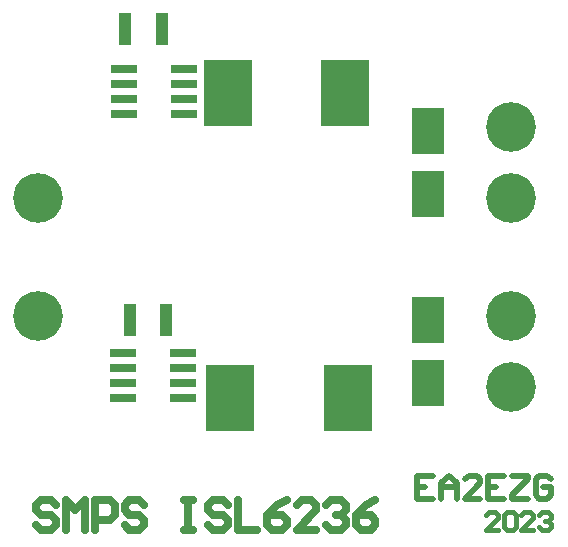
<source format=gts>
G04*
G04 #@! TF.GenerationSoftware,Altium Limited,Altium Designer,22.5.1 (42)*
G04*
G04 Layer_Color=8388736*
%FSLAX44Y44*%
%MOMM*%
G71*
G04*
G04 #@! TF.SameCoordinates,E804C49B-AF08-44B7-9E18-E1C260B47F38*
G04*
G04*
G04 #@! TF.FilePolarity,Negative*
G04*
G01*
G75*
%ADD15C,0.5000*%
%ADD16C,0.7000*%
%ADD17C,0.4000*%
%ADD18R,1.1032X2.7032*%
%ADD19R,2.3032X0.8032*%
%ADD20R,4.0532X5.7032*%
%ADD21R,2.7532X3.9532*%
%ADD22C,4.2032*%
D15*
X384329Y64994D02*
X371000D01*
Y45000D01*
X384329D01*
X371000Y54997D02*
X377664D01*
X390994Y45000D02*
Y58329D01*
X397658Y64994D01*
X404323Y58329D01*
Y45000D01*
Y54997D01*
X390994D01*
X424316Y45000D02*
X410987D01*
X424316Y58329D01*
Y61661D01*
X420984Y64994D01*
X414319D01*
X410987Y61661D01*
X444310Y64994D02*
X430981D01*
Y45000D01*
X444310D01*
X430981Y54997D02*
X437645D01*
X450974Y64994D02*
X464303D01*
Y61661D01*
X450974Y48332D01*
Y45000D01*
X464303D01*
X484297Y61661D02*
X480965Y64994D01*
X474300D01*
X470968Y61661D01*
Y48332D01*
X474300Y45000D01*
X480965D01*
X484297Y48332D01*
Y54997D01*
X477632D01*
D16*
X64661Y39827D02*
X60496Y43992D01*
X52165D01*
X48000Y39827D01*
Y35661D01*
X52165Y31496D01*
X60496D01*
X64661Y27331D01*
Y23165D01*
X60496Y19000D01*
X52165D01*
X48000Y23165D01*
X72992Y19000D02*
Y43992D01*
X81322Y35661D01*
X89653Y43992D01*
Y19000D01*
X97984D02*
Y43992D01*
X110480D01*
X114645Y39827D01*
Y31496D01*
X110480Y27331D01*
X97984D01*
X139637Y39827D02*
X135472Y43992D01*
X127141D01*
X122976Y39827D01*
Y35661D01*
X127141Y31496D01*
X135472D01*
X139637Y27331D01*
Y23165D01*
X135472Y19000D01*
X127141D01*
X122976Y23165D01*
X172960Y43992D02*
X181290D01*
X177125D01*
Y19000D01*
X172960D01*
X181290D01*
X210448Y39827D02*
X206282Y43992D01*
X197952D01*
X193786Y39827D01*
Y35661D01*
X197952Y31496D01*
X206282D01*
X210448Y27331D01*
Y23165D01*
X206282Y19000D01*
X197952D01*
X193786Y23165D01*
X218778Y43992D02*
Y19000D01*
X235439D01*
X260431Y43992D02*
X252101Y39827D01*
X243770Y31496D01*
Y23165D01*
X247935Y19000D01*
X256266D01*
X260431Y23165D01*
Y27331D01*
X256266Y31496D01*
X243770D01*
X285423Y19000D02*
X268762D01*
X285423Y35661D01*
Y39827D01*
X281258Y43992D01*
X272927D01*
X268762Y39827D01*
X293754D02*
X297919Y43992D01*
X306250D01*
X310415Y39827D01*
Y35661D01*
X306250Y31496D01*
X302085D01*
X306250D01*
X310415Y27331D01*
Y23165D01*
X306250Y19000D01*
X297919D01*
X293754Y23165D01*
X335407Y43992D02*
X327076Y39827D01*
X318746Y31496D01*
Y23165D01*
X322911Y19000D01*
X331242D01*
X335407Y23165D01*
Y27331D01*
X331242Y31496D01*
X318746D01*
D17*
X438997Y19000D02*
X429000D01*
X438997Y28997D01*
Y31496D01*
X436498Y33995D01*
X431499D01*
X429000Y31496D01*
X443995D02*
X446494Y33995D01*
X451493D01*
X453992Y31496D01*
Y21499D01*
X451493Y19000D01*
X446494D01*
X443995Y21499D01*
Y31496D01*
X468987Y19000D02*
X458990D01*
X468987Y28997D01*
Y31496D01*
X466488Y33995D01*
X461489D01*
X458990Y31496D01*
X473985D02*
X476485Y33995D01*
X481483D01*
X483982Y31496D01*
Y28997D01*
X481483Y26498D01*
X478984D01*
X481483D01*
X483982Y23998D01*
Y21499D01*
X481483Y19000D01*
X476485D01*
X473985Y21499D01*
D18*
X158500Y197000D02*
D03*
X127500D02*
D03*
X123500Y443000D02*
D03*
X154500D02*
D03*
D19*
X122750Y409050D02*
D03*
Y396350D02*
D03*
Y383650D02*
D03*
Y370950D02*
D03*
X173250D02*
D03*
Y383650D02*
D03*
Y396350D02*
D03*
Y409050D02*
D03*
X172250Y169050D02*
D03*
Y156350D02*
D03*
Y143650D02*
D03*
Y130950D02*
D03*
X121750D02*
D03*
Y143650D02*
D03*
Y156350D02*
D03*
Y169050D02*
D03*
D20*
X210250Y389000D02*
D03*
X309750D02*
D03*
X212250Y131000D02*
D03*
X311750D02*
D03*
D21*
X380000Y357000D02*
D03*
Y303000D02*
D03*
Y143000D02*
D03*
Y197000D02*
D03*
D22*
X450000Y300000D02*
D03*
Y200000D02*
D03*
Y360000D02*
D03*
Y140000D02*
D03*
X50000Y200000D02*
D03*
Y300000D02*
D03*
M02*

</source>
